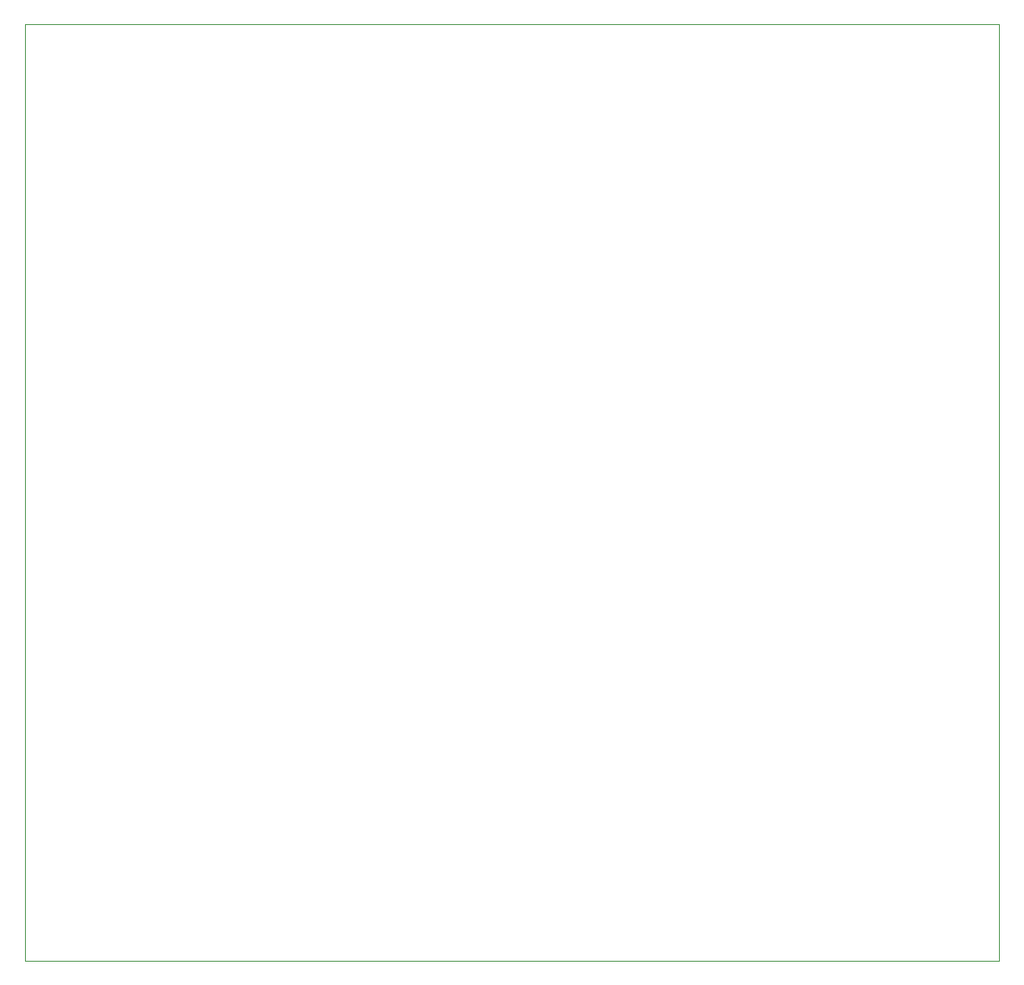
<source format=gbr>
G04 #@! TF.GenerationSoftware,KiCad,Pcbnew,(7.0.0-0)*
G04 #@! TF.CreationDate,2023-06-13T13:01:23-04:00*
G04 #@! TF.ProjectId,analog-capacitive-experiment,616e616c-6f67-42d6-9361-706163697469,rev?*
G04 #@! TF.SameCoordinates,Original*
G04 #@! TF.FileFunction,Profile,NP*
%FSLAX46Y46*%
G04 Gerber Fmt 4.6, Leading zero omitted, Abs format (unit mm)*
G04 Created by KiCad (PCBNEW (7.0.0-0)) date 2023-06-13 13:01:23*
%MOMM*%
%LPD*%
G01*
G04 APERTURE LIST*
G04 #@! TA.AperFunction,Profile*
%ADD10C,0.100000*%
G04 #@! TD*
G04 APERTURE END LIST*
D10*
X102850800Y-42725600D02*
X201758400Y-42725600D01*
X201758400Y-42725600D02*
X201758400Y-137924800D01*
X201758400Y-137924800D02*
X102850800Y-137924800D01*
X102850800Y-137924800D02*
X102850800Y-42725600D01*
M02*

</source>
